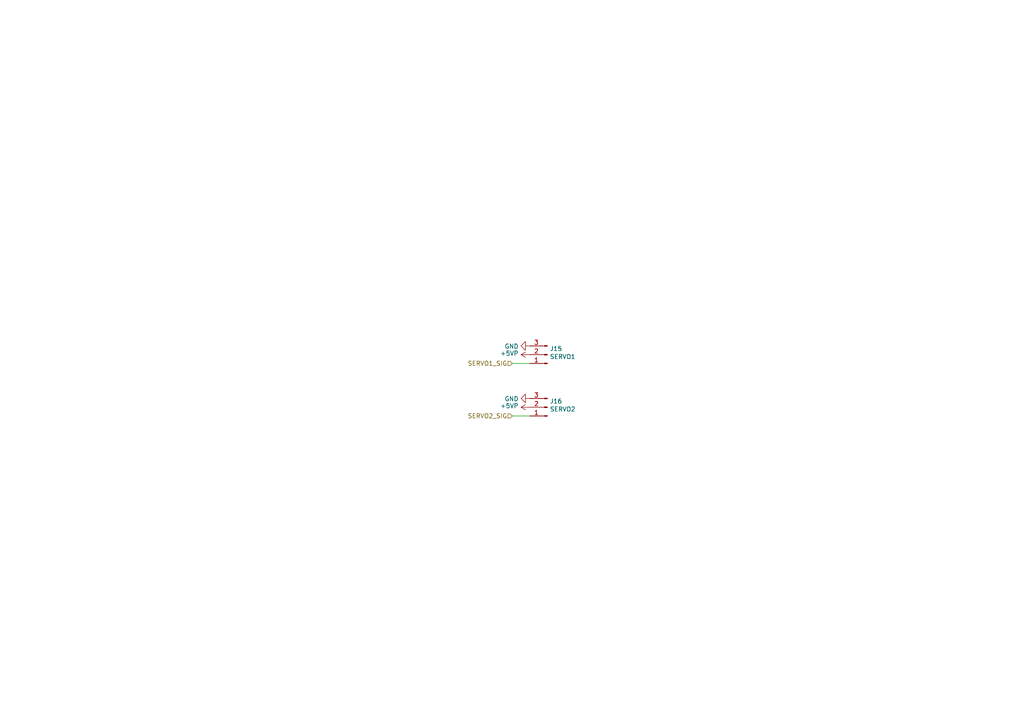
<source format=kicad_sch>
(kicad_sch (version 20211123) (generator eeschema)
  (paper "A4")
  (lib_symbols
    (symbol "Connector:Conn_01x03_Male" (pin_names (offset 1.016) hide)
      (property "Reference" "J" (at 0 5.08 0))
      (property "Value" "Conn_01x03_Male" (at 0 -5.08 0))
      (symbol "Conn_01x03_Male_1_1"
        (polyline (pts (xy 1.27 -2.54) (xy 0.8636 -2.54)) (stroke (width 0.1524)))
        (polyline (pts (xy 1.27 0) (xy 0.8636 0)) (stroke (width 0.1524)))
        (polyline (pts (xy 1.27 2.54) (xy 0.8636 2.54)) (stroke (width 0.1524)))
        (rectangle (start 0.8636 -2.413) (end 0 -2.667) (stroke (width 0.1524)) (fill (type outline)))
        (rectangle (start 0.8636 0.127) (end 0 -0.127) (stroke (width 0.1524)) (fill (type outline)))
        (rectangle (start 0.8636 2.667) (end 0 2.413) (stroke (width 0.1524)) (fill (type outline)))
        (pin passive line (at 5.08 2.54 180) (length 3.81) (name "Pin_1") (number "1"))
        (pin passive line (at 5.08 0 180) (length 3.81) (name "Pin_2") (number "2"))
        (pin passive line (at 5.08 -2.54 180) (length 3.81) (name "Pin_3") (number "3"))
      )
    )
    (symbol "power:+5VP" (power) (pin_names (offset 0))
      (property "Value" "+5VP" (at 0 3.556 0))
      (symbol "+5VP_0_1"
        (polyline (pts (xy -0.762 1.27) (xy 0 2.54)))
        (polyline (pts (xy 0 0) (xy 0 2.54)))
        (polyline (pts (xy 0 2.54) (xy 0.762 1.27)))
      )
      (symbol "+5VP_1_1"
        (pin power_in line (at 0 0 90) (length 0) hide (name "+5VP") (number "1"))
      )
    )
    (symbol "power:GND" (power) (pin_names (offset 0))
      (property "Value" "GND" (at 0 -3.81 0))
      (symbol "GND_0_1"
        (polyline (pts (xy 0 0) (xy 0 -1.27) (xy 1.27 -1.27) (xy 0 -2.54) (xy -1.27 -1.27) (xy 0 -1.27)))
      )
      (symbol "GND_1_1"
        (pin power_in line (at 0 0 270) (length 0) hide (name "GND") (number "1"))
      )
    )
  )
  (wire (pts (xy 148.59 120.65) (xy 153.67 120.65)))
  (wire (pts (xy 148.59 105.41) (xy 153.67 105.41)))
  (hierarchical_label "SERVO1_SIG" (shape input) (at 148.59 105.41 180))
  (hierarchical_label "SERVO2_SIG" (shape input) (at 148.59 120.65 180))
  (symbol (lib_id "power:+5VP") (at 153.67 102.87 90) (unit 1)
    (property "Reference" "#PWR0171" (effects hide))
    (property "Value" "+5VP" (at 150.4188 102.489 90) (effects (justify left)))
  )
  (symbol (lib_id "power:GND") (at 153.67 100.33 270) (unit 1)
    (property "Reference" "#PWR0170" (effects hide))
    (property "Value" "GND" (at 150.4188 100.457 90) (effects (justify right)))
  )
  (symbol (lib_id "power:GND") (at 153.67 115.57 270) (unit 1)
    (property "Reference" "#PWR0172" (effects hide))
    (property "Value" "GND" (at 150.4188 115.697 90) (effects (justify right)))
  )
  (symbol (lib_id "power:+5VP") (at 153.67 118.11 90) (unit 1)
    (property "Reference" "#PWR0173" (effects hide))
    (property "Value" "+5VP" (at 150.4188 117.729 90) (effects (justify left)))
  )
  (symbol (lib_id "Connector:Conn_01x03_Male") (at 158.75 102.87 180) (unit 1)
    (property "Reference" "J15" (at 159.4612 101.1428 0) (effects (justify right)))
    (property "Value" "SERVO1" (at 159.4612 103.4542 0) (effects (justify right)))
    (property "Footprint" "Connector_JST:JST_XH_B3B-XH-A_1x03_P2.50mm_Vertical" (effects hide))
    (property "LCSC" "C2316" (effects hide))
    (property "JLCPCB" "C2316" (effects hide))
    (property "Digikey" "455-2248-ND" (effects hide))
  )
  (symbol (lib_id "Connector:Conn_01x03_Male") (at 158.75 118.11 180) (unit 1)
    (property "Reference" "J16" (at 159.4612 116.3828 0) (effects (justify right)))
    (property "Value" "SERVO2" (at 159.4612 118.6942 0) (effects (justify right)))
    (property "Footprint" "Connector_JST:JST_XH_B3B-XH-A_1x03_P2.50mm_Vertical" (effects hide))
    (property "LCSC" "C2316" (effects hide))
    (property "JLCPCB" "C2316" (effects hide))
    (property "Digikey" "455-2248-ND" (effects hide))
  )
)
</source>
